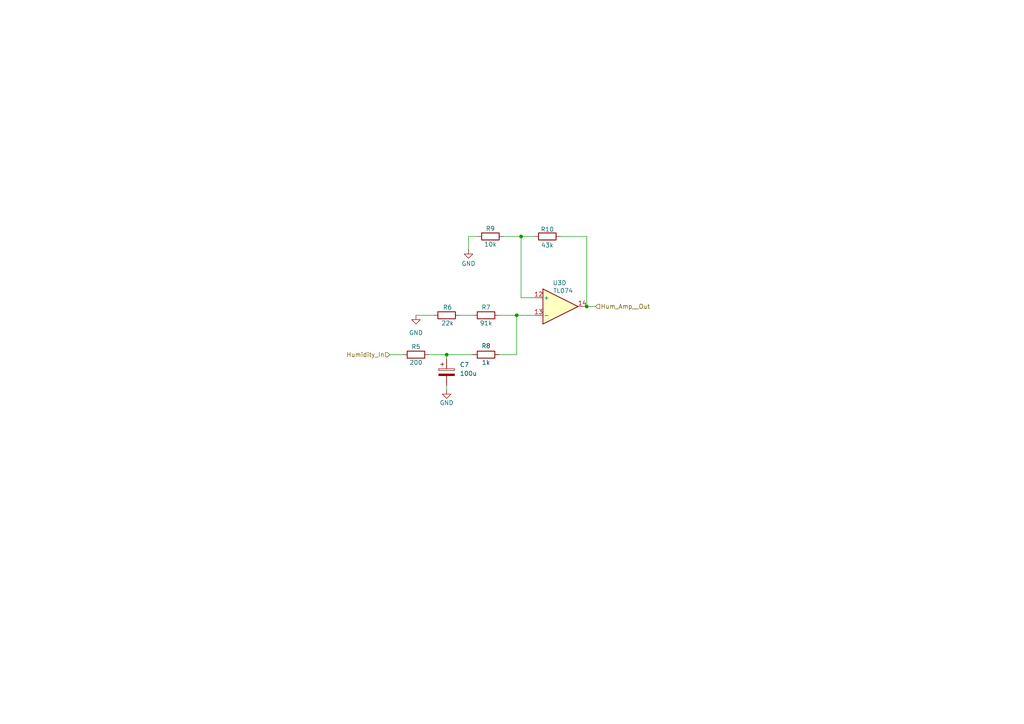
<source format=kicad_sch>
(kicad_sch (version 20250114) (generator "eeschema") (generator_version "9.0")
  (paper "A4")
  (lib_symbols
    (symbol "Amplifier_Operational:TL074" (pin_names (offset 0.127))
      (property "Reference" "U" (at 0 5.08 0))
      (property "Value" "TL074" (at 0 -5.08 0))
      (symbol "TL074_1_1"
        (polyline (pts (xy -5.08 5.08) (xy 5.08 0) (xy -5.08 -5.08) (xy -5.08 5.08)) (stroke (width 0.254)) (fill (type background)))
        (pin input line (at -7.62 2.54 0) (length 2.54) (name "+") (number "3"))
        (pin input line (at -7.62 -2.54 0) (length 2.54) (name "-") (number "2"))
        (pin output line (at 7.62 0 180) (length 2.54) (name "~") (number "1"))
      )
      (symbol "TL074_2_1"
        (polyline (pts (xy -5.08 5.08) (xy 5.08 0) (xy -5.08 -5.08) (xy -5.08 5.08)) (stroke (width 0.254)) (fill (type background)))
        (pin input line (at -7.62 2.54 0) (length 2.54) (name "+") (number "5"))
        (pin input line (at -7.62 -2.54 0) (length 2.54) (name "-") (number "6"))
        (pin output line (at 7.62 0 180) (length 2.54) (name "~") (number "7"))
      )
      (symbol "TL074_3_1"
        (polyline (pts (xy -5.08 5.08) (xy 5.08 0) (xy -5.08 -5.08) (xy -5.08 5.08)) (stroke (width 0.254)) (fill (type background)))
        (pin input line (at -7.62 2.54 0) (length 2.54) (name "+") (number "10"))
        (pin input line (at -7.62 -2.54 0) (length 2.54) (name "-") (number "9"))
        (pin output line (at 7.62 0 180) (length 2.54) (name "~") (number "8"))
      )
      (symbol "TL074_4_1"
        (polyline (pts (xy -5.08 5.08) (xy 5.08 0) (xy -5.08 -5.08) (xy -5.08 5.08)) (stroke (width 0.254)) (fill (type background)))
        (pin input line (at -7.62 2.54 0) (length 2.54) (name "+") (number "12"))
        (pin input line (at -7.62 -2.54 0) (length 2.54) (name "-") (number "13"))
        (pin output line (at 7.62 0 180) (length 2.54) (name "~") (number "14"))
      )
      (symbol "TL074_5_1"
        (pin power_in line (at -2.54 7.62 270) (length 3.81) (name "V+") (number "4"))
        (pin power_in line (at -2.54 -7.62 90) (length 3.81) (name "V-") (number "11"))
      )
    )
    (symbol "Device:C_Polarized" (pin_numbers (hide yes)) (pin_names (offset 0.254))
      (property "Reference" "C" (at 0.635 2.54 0))
      (property "Value" "C_Polarized" (at 0.635 -2.54 0))
      (symbol "C_Polarized_0_1"
        (rectangle (start -2.286 0.508) (end 2.286 1.016))
        (polyline (pts (xy -1.778 2.286) (xy -0.762 2.286)))
        (polyline (pts (xy -1.27 2.794) (xy -1.27 1.778)))
        (rectangle (start 2.286 -0.508) (end -2.286 -1.016) (fill (type outline)))
      )
      (symbol "C_Polarized_1_1"
        (pin passive line (at 0 3.81 270) (length 2.794) (name "~") (number "1"))
        (pin passive line (at 0 -3.81 90) (length 2.794) (name "~") (number "2"))
      )
    )
    (symbol "Device:R" (pin_numbers (hide yes)) (pin_names (offset 0))
      (property "Reference" "R" (at 2.032 0 90))
      (property "Value" "R" (at 0 0 90))
      (symbol "R_0_1"
        (rectangle (start -1.016 -2.54) (end 1.016 2.54) (stroke (width 0.254)))
      )
      (symbol "R_1_1"
        (pin passive line (at 0 3.81 270) (length 1.27) (name "~") (number "1"))
        (pin passive line (at 0 -3.81 90) (length 1.27) (name "~") (number "2"))
      )
    )
    (symbol "power:GND" (power) (pin_numbers (hide yes)) (pin_names (offset 0) (hide yes))
      (property "Value" "GND" (at 0 -3.81 0))
      (symbol "GND_0_1"
        (polyline (pts (xy 0 0) (xy 0 -1.27) (xy 1.27 -1.27) (xy 0 -2.54) (xy -1.27 -1.27) (xy 0 -1.27)))
      )
      (symbol "GND_1_1"
        (pin power_in line (at 0 0 270) (length 0) (name "~") (number "1"))
      )
    )
  )
  (junction (at 151.13 68.58))
  (junction (at 129.54 102.87))
  (junction (at 149.86 91.44))
  (junction (at 170.18 88.9))
  (wire (pts (xy 129.54 111.76) (xy 129.54 113.03)))
  (wire (pts (xy 129.54 102.87) (xy 137.16 102.87)))
  (wire (pts (xy 149.86 91.44) (xy 154.94 91.44)))
  (wire (pts (xy 135.89 72.39) (xy 135.89 68.58)))
  (wire (pts (xy 144.78 102.87) (xy 149.86 102.87)))
  (wire (pts (xy 133.35 91.44) (xy 137.16 91.44)))
  (wire (pts (xy 124.46 102.87) (xy 129.54 102.87)))
  (wire (pts (xy 135.89 68.58) (xy 138.43 68.58)))
  (wire (pts (xy 154.94 86.36) (xy 151.13 86.36)))
  (wire (pts (xy 149.86 91.44) (xy 149.86 102.87)))
  (wire (pts (xy 144.78 91.44) (xy 149.86 91.44)))
  (wire (pts (xy 129.54 102.87) (xy 129.54 104.14)))
  (wire (pts (xy 170.18 68.58) (xy 170.18 88.9)))
  (wire (pts (xy 170.18 88.9) (xy 172.72 88.9)))
  (wire (pts (xy 113.03 102.87) (xy 116.84 102.87)))
  (wire (pts (xy 120.65 91.44) (xy 125.73 91.44)))
  (wire (pts (xy 170.18 68.58) (xy 162.56 68.58)))
  (wire (pts (xy 151.13 86.36) (xy 151.13 68.58)))
  (wire (pts (xy 154.94 68.58) (xy 151.13 68.58)))
  (wire (pts (xy 146.05 68.58) (xy 151.13 68.58)))
  (hierarchical_label "Humidity_In" (shape input) (at 113.03 102.87 180))
  (hierarchical_label "Hum_Amp__Out" (shape input) (at 172.72 88.9 0))
  (symbol (lib_id "Device:C_Polarized") (at 129.54 107.95 0) (unit 1)
    (property "Reference" "C7" (at 133.35 105.7909 0) (effects (justify left)))
    (property "Value" "100u" (at 133.35 108.3309 0) (effects (justify left)))
    (property "Footprint" "Capacitor_THT:CP_Radial_D10.0mm_P5.00mm" (effects (hide yes)))
    (property "Description" "Polarized capacitor" (effects (hide yes)))
  )
  (symbol (lib_id "power:GND") (at 129.54 113.03 0) (unit 1)
    (property "Reference" "#PWR018" (effects (hide yes)))
    (property "Value" "GND" (at 129.54 116.84 0))
    (property "Description" "Power symbol creates a global label with name \"GND\" , ground" (effects (hide yes)))
  )
  (symbol (lib_id "power:GND") (at 120.65 91.44 0) (unit 1)
    (property "Reference" "#PWR017" (effects (hide yes)))
    (property "Value" "GND" (at 120.65 96.52 0))
    (property "Description" "Power symbol creates a global label with name \"GND\" , ground" (effects (hide yes)))
  )
  (symbol (lib_id "Amplifier_Operational:TL074") (at 162.56 88.9 0) (unit 4)
    (property "Reference" "U3" (at 162.306 82.042 0))
    (property "Value" "TL074" (at 163.322 84.328 0))
    (property "Footprint" "SPRO_lib:DIP794W53P254L1930H508Q14N" (effects (hide yes)))
    (property "Datasheet" "http://www.ti.com/lit/ds/symlink/tl071.pdf" (effects (hide yes)))
    (property "Description" "Quad Low-Noise JFET-Input Operational Amplifiers, DIP-14/SOIC-14" (effects (hide yes)))
  )
  (symbol (lib_id "power:GND") (at 135.89 72.39 0) (unit 1)
    (property "Reference" "#PWR019" (effects (hide yes)))
    (property "Value" "GND" (at 135.89 76.454 0))
    (property "Description" "Power symbol creates a global label with name \"GND\" , ground" (effects (hide yes)))
  )
  (symbol (lib_id "Device:R") (at 129.54 91.44 90) (unit 1)
    (property "Reference" "R6" (at 129.794 89.154 90))
    (property "Value" "22k" (at 129.794 93.726 90))
    (property "Footprint" "Resistor_THT:R_Axial_DIN0207_L6.3mm_D2.5mm_P10.16mm_Horizontal" (effects (hide yes)))
    (property "Description" "Resistor" (effects (hide yes)))
  )
  (symbol (lib_id "Device:R") (at 142.24 68.58 90) (unit 1)
    (property "Reference" "R9" (at 142.24 66.294 90))
    (property "Value" "10k" (at 142.24 70.866 90))
    (property "Footprint" "Resistor_THT:R_Axial_DIN0207_L6.3mm_D2.5mm_P10.16mm_Horizontal" (effects (hide yes)))
    (property "Description" "Resistor" (effects (hide yes)))
  )
  (symbol (lib_id "Device:R") (at 140.97 91.44 90) (unit 1)
    (property "Reference" "R7" (at 140.97 89.154 90))
    (property "Value" "91k" (at 140.97 93.726 90))
    (property "Footprint" "Resistor_THT:R_Axial_DIN0207_L6.3mm_D2.5mm_P10.16mm_Horizontal" (effects (hide yes)))
    (property "Description" "Resistor" (effects (hide yes)))
  )
  (symbol (lib_id "Device:R") (at 140.97 102.87 90) (unit 1)
    (property "Reference" "R8" (at 140.97 100.33 90))
    (property "Value" "1k" (at 140.97 105.156 90))
    (property "Footprint" "Resistor_THT:R_Axial_DIN0207_L6.3mm_D2.5mm_P10.16mm_Horizontal" (effects (hide yes)))
    (property "Description" "Resistor" (effects (hide yes)))
  )
  (symbol (lib_id "Device:R") (at 158.75 68.58 90) (unit 1)
    (property "Reference" "R10" (at 158.75 66.548 90))
    (property "Value" "43k" (at 158.75 71.12 90))
    (property "Footprint" "Resistor_THT:R_Axial_DIN0207_L6.3mm_D2.5mm_P10.16mm_Horizontal" (effects (hide yes)))
    (property "Description" "Resistor" (effects (hide yes)))
  )
  (symbol (lib_id "Device:R") (at 120.65 102.87 90) (unit 1)
    (property "Reference" "R5" (at 120.65 100.584 90))
    (property "Value" "200" (at 120.65 105.156 90))
    (property "Footprint" "Resistor_THT:R_Axial_DIN0207_L6.3mm_D2.5mm_P10.16mm_Horizontal" (effects (hide yes)))
    (property "Description" "Resistor" (effects (hide yes)))
  )
)
</source>
